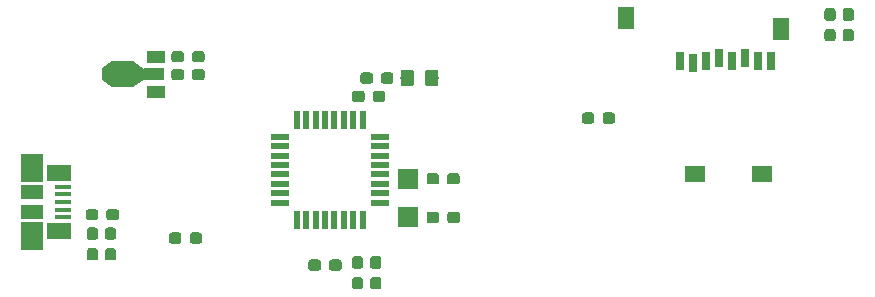
<source format=gtp>
G04 #@! TF.GenerationSoftware,KiCad,Pcbnew,6.0.0-unknown-da645c5~86~ubuntu18.04.1*
G04 #@! TF.CreationDate,2019-07-09T16:21:19-04:00*
G04 #@! TF.ProjectId,Femtosat,46656d74-6f73-4617-942e-6b696361645f,rev?*
G04 #@! TF.SameCoordinates,Original*
G04 #@! TF.FileFunction,Paste,Top*
G04 #@! TF.FilePolarity,Positive*
%FSLAX46Y46*%
G04 Gerber Fmt 4.6, Leading zero omitted, Abs format (unit mm)*
G04 Created by KiCad (PCBNEW 6.0.0-unknown-da645c5~86~ubuntu18.04.1) date 2019-07-09 16:21:19*
%MOMM*%
%LPD*%
G04 APERTURE LIST*
%ADD10R,1.900000X1.175000*%
%ADD11R,1.900000X2.375000*%
%ADD12R,2.100000X1.475000*%
%ADD13R,1.380000X0.450000*%
%ADD14C,0.100000*%
%ADD15C,0.950000*%
%ADD16C,1.000000*%
%ADD17R,1.840000X2.200000*%
%ADD18R,1.500000X1.000000*%
%ADD19R,1.800000X1.000000*%
%ADD20C,0.850000*%
%ADD21R,1.800000X1.750000*%
%ADD22R,0.550000X1.600000*%
%ADD23R,1.600000X0.550000*%
%ADD24C,1.150000*%
%ADD25R,1.400000X1.900000*%
%ADD26R,1.800000X1.400000*%
%ADD27R,0.800000X1.500000*%
G04 APERTURE END LIST*
D10*
X87350000Y-59890000D03*
X87350000Y-58210000D03*
D11*
X87350000Y-61960000D03*
X87350000Y-56140000D03*
D12*
X89650000Y-61512500D03*
X89650000Y-56587500D03*
D13*
X90010000Y-60350000D03*
X90010000Y-59700000D03*
X90010000Y-59050000D03*
X90010000Y-58400000D03*
X90010000Y-57750000D03*
D14*
G36*
X116778387Y-65418079D02*
G01*
X116855438Y-65469562D01*
X116906921Y-65546613D01*
X116925000Y-65637500D01*
X116925000Y-66212500D01*
X116906921Y-66303387D01*
X116855438Y-66380438D01*
X116778387Y-66431921D01*
X116687500Y-66450000D01*
X116212500Y-66450000D01*
X116121613Y-66431921D01*
X116044562Y-66380438D01*
X115993079Y-66303387D01*
X115975000Y-66212500D01*
X115975000Y-65637500D01*
X115993079Y-65546613D01*
X116044562Y-65469562D01*
X116121613Y-65418079D01*
X116212500Y-65400000D01*
X116687500Y-65400000D01*
X116778387Y-65418079D01*
X116778387Y-65418079D01*
G37*
D15*
X116450000Y-65925000D03*
D14*
G36*
X116778387Y-63668079D02*
G01*
X116855438Y-63719562D01*
X116906921Y-63796613D01*
X116925000Y-63887500D01*
X116925000Y-64462500D01*
X116906921Y-64553387D01*
X116855438Y-64630438D01*
X116778387Y-64681921D01*
X116687500Y-64700000D01*
X116212500Y-64700000D01*
X116121613Y-64681921D01*
X116044562Y-64630438D01*
X115993079Y-64553387D01*
X115975000Y-64462500D01*
X115975000Y-63887500D01*
X115993079Y-63796613D01*
X116044562Y-63719562D01*
X116121613Y-63668079D01*
X116212500Y-63650000D01*
X116687500Y-63650000D01*
X116778387Y-63668079D01*
X116778387Y-63668079D01*
G37*
D15*
X116450000Y-64175000D03*
D16*
X96426200Y-48250000D03*
D14*
G36*
X95926200Y-47150000D02*
G01*
X96926200Y-47850000D01*
X96926200Y-48650000D01*
X95926200Y-49350000D01*
X95926200Y-47150000D01*
X95926200Y-47150000D01*
G37*
D17*
X95016500Y-48250000D03*
D18*
X97830000Y-46750000D03*
D19*
X97683500Y-48250000D03*
D18*
X97830000Y-49750000D03*
D20*
X93683000Y-48250000D03*
D14*
G36*
X94108000Y-49350000D02*
G01*
X93258000Y-48750000D01*
X93258000Y-47750000D01*
X94108000Y-47150000D01*
X94108000Y-49350000D01*
X94108000Y-49350000D01*
G37*
G36*
X134803387Y-51493079D02*
G01*
X134880438Y-51544562D01*
X134931921Y-51621613D01*
X134950000Y-51712500D01*
X134950000Y-52187500D01*
X134931921Y-52278387D01*
X134880438Y-52355438D01*
X134803387Y-52406921D01*
X134712500Y-52425000D01*
X134137500Y-52425000D01*
X134046613Y-52406921D01*
X133969562Y-52355438D01*
X133918079Y-52278387D01*
X133900000Y-52187500D01*
X133900000Y-51712500D01*
X133918079Y-51621613D01*
X133969562Y-51544562D01*
X134046613Y-51493079D01*
X134137500Y-51475000D01*
X134712500Y-51475000D01*
X134803387Y-51493079D01*
X134803387Y-51493079D01*
G37*
D15*
X134425000Y-51950000D03*
D14*
G36*
X136553387Y-51493079D02*
G01*
X136630438Y-51544562D01*
X136681921Y-51621613D01*
X136700000Y-51712500D01*
X136700000Y-52187500D01*
X136681921Y-52278387D01*
X136630438Y-52355438D01*
X136553387Y-52406921D01*
X136462500Y-52425000D01*
X135887500Y-52425000D01*
X135796613Y-52406921D01*
X135719562Y-52355438D01*
X135668079Y-52278387D01*
X135650000Y-52187500D01*
X135650000Y-51712500D01*
X135668079Y-51621613D01*
X135719562Y-51544562D01*
X135796613Y-51493079D01*
X135887500Y-51475000D01*
X136462500Y-51475000D01*
X136553387Y-51493079D01*
X136553387Y-51493079D01*
G37*
D15*
X136175000Y-51950000D03*
D14*
G36*
X92803387Y-59643079D02*
G01*
X92880438Y-59694562D01*
X92931921Y-59771613D01*
X92950000Y-59862500D01*
X92950000Y-60337500D01*
X92931921Y-60428387D01*
X92880438Y-60505438D01*
X92803387Y-60556921D01*
X92712500Y-60575000D01*
X92137500Y-60575000D01*
X92046613Y-60556921D01*
X91969562Y-60505438D01*
X91918079Y-60428387D01*
X91900000Y-60337500D01*
X91900000Y-59862500D01*
X91918079Y-59771613D01*
X91969562Y-59694562D01*
X92046613Y-59643079D01*
X92137500Y-59625000D01*
X92712500Y-59625000D01*
X92803387Y-59643079D01*
X92803387Y-59643079D01*
G37*
D15*
X92425000Y-60100000D03*
D14*
G36*
X94553387Y-59643079D02*
G01*
X94630438Y-59694562D01*
X94681921Y-59771613D01*
X94700000Y-59862500D01*
X94700000Y-60337500D01*
X94681921Y-60428387D01*
X94630438Y-60505438D01*
X94553387Y-60556921D01*
X94462500Y-60575000D01*
X93887500Y-60575000D01*
X93796613Y-60556921D01*
X93719562Y-60505438D01*
X93668079Y-60428387D01*
X93650000Y-60337500D01*
X93650000Y-59862500D01*
X93668079Y-59771613D01*
X93719562Y-59694562D01*
X93796613Y-59643079D01*
X93887500Y-59625000D01*
X94462500Y-59625000D01*
X94553387Y-59643079D01*
X94553387Y-59643079D01*
G37*
D15*
X94175000Y-60100000D03*
D14*
G36*
X92778387Y-61218079D02*
G01*
X92855438Y-61269562D01*
X92906921Y-61346613D01*
X92925000Y-61437500D01*
X92925000Y-62012500D01*
X92906921Y-62103387D01*
X92855438Y-62180438D01*
X92778387Y-62231921D01*
X92687500Y-62250000D01*
X92212500Y-62250000D01*
X92121613Y-62231921D01*
X92044562Y-62180438D01*
X91993079Y-62103387D01*
X91975000Y-62012500D01*
X91975000Y-61437500D01*
X91993079Y-61346613D01*
X92044562Y-61269562D01*
X92121613Y-61218079D01*
X92212500Y-61200000D01*
X92687500Y-61200000D01*
X92778387Y-61218079D01*
X92778387Y-61218079D01*
G37*
D15*
X92450000Y-61725000D03*
D14*
G36*
X92778387Y-62968079D02*
G01*
X92855438Y-63019562D01*
X92906921Y-63096613D01*
X92925000Y-63187500D01*
X92925000Y-63762500D01*
X92906921Y-63853387D01*
X92855438Y-63930438D01*
X92778387Y-63981921D01*
X92687500Y-64000000D01*
X92212500Y-64000000D01*
X92121613Y-63981921D01*
X92044562Y-63930438D01*
X91993079Y-63853387D01*
X91975000Y-63762500D01*
X91975000Y-63187500D01*
X91993079Y-63096613D01*
X92044562Y-63019562D01*
X92121613Y-62968079D01*
X92212500Y-62950000D01*
X92687500Y-62950000D01*
X92778387Y-62968079D01*
X92778387Y-62968079D01*
G37*
D15*
X92450000Y-63475000D03*
D14*
G36*
X94328387Y-61218079D02*
G01*
X94405438Y-61269562D01*
X94456921Y-61346613D01*
X94475000Y-61437500D01*
X94475000Y-62012500D01*
X94456921Y-62103387D01*
X94405438Y-62180438D01*
X94328387Y-62231921D01*
X94237500Y-62250000D01*
X93762500Y-62250000D01*
X93671613Y-62231921D01*
X93594562Y-62180438D01*
X93543079Y-62103387D01*
X93525000Y-62012500D01*
X93525000Y-61437500D01*
X93543079Y-61346613D01*
X93594562Y-61269562D01*
X93671613Y-61218079D01*
X93762500Y-61200000D01*
X94237500Y-61200000D01*
X94328387Y-61218079D01*
X94328387Y-61218079D01*
G37*
D15*
X94000000Y-61725000D03*
D14*
G36*
X94328387Y-62968079D02*
G01*
X94405438Y-63019562D01*
X94456921Y-63096613D01*
X94475000Y-63187500D01*
X94475000Y-63762500D01*
X94456921Y-63853387D01*
X94405438Y-63930438D01*
X94328387Y-63981921D01*
X94237500Y-64000000D01*
X93762500Y-64000000D01*
X93671613Y-63981921D01*
X93594562Y-63930438D01*
X93543079Y-63853387D01*
X93525000Y-63762500D01*
X93525000Y-63187500D01*
X93543079Y-63096613D01*
X93594562Y-63019562D01*
X93671613Y-62968079D01*
X93762500Y-62950000D01*
X94237500Y-62950000D01*
X94328387Y-62968079D01*
X94328387Y-62968079D01*
G37*
D15*
X94000000Y-63475000D03*
D21*
X119150000Y-57100000D03*
X119150000Y-60350000D03*
D22*
X115350000Y-60575000D03*
X114550000Y-60575000D03*
X113750000Y-60575000D03*
X112950000Y-60575000D03*
X112150000Y-60575000D03*
X111350000Y-60575000D03*
X110550000Y-60575000D03*
X109750000Y-60575000D03*
D23*
X108300000Y-59125000D03*
X108300000Y-58325000D03*
X108300000Y-57525000D03*
X108300000Y-56725000D03*
X108300000Y-55925000D03*
X108300000Y-55125000D03*
X108300000Y-54325000D03*
X108300000Y-53525000D03*
D22*
X109750000Y-52075000D03*
X110550000Y-52075000D03*
X111350000Y-52075000D03*
X112150000Y-52075000D03*
X112950000Y-52075000D03*
X113750000Y-52075000D03*
X114550000Y-52075000D03*
X115350000Y-52075000D03*
D23*
X116800000Y-53525000D03*
X116800000Y-54325000D03*
X116800000Y-55125000D03*
X116800000Y-55925000D03*
X116800000Y-56725000D03*
X116800000Y-57525000D03*
X116800000Y-58325000D03*
X116800000Y-59125000D03*
D14*
G36*
X121595671Y-47869030D02*
G01*
X121676777Y-47923223D01*
X121730970Y-48004329D01*
X121750000Y-48099999D01*
X121750000Y-49000001D01*
X121730970Y-49095671D01*
X121676777Y-49176777D01*
X121595671Y-49230970D01*
X121500001Y-49250000D01*
X120849999Y-49250000D01*
X120754329Y-49230970D01*
X120673223Y-49176777D01*
X120619030Y-49095671D01*
X120600000Y-49000001D01*
X120600000Y-48099999D01*
X120619030Y-48004329D01*
X120673223Y-47923223D01*
X120754329Y-47869030D01*
X120849999Y-47850000D01*
X121500001Y-47850000D01*
X121595671Y-47869030D01*
X121595671Y-47869030D01*
G37*
D24*
X121175000Y-48550000D03*
D14*
G36*
X119545671Y-47869030D02*
G01*
X119626777Y-47923223D01*
X119680970Y-48004329D01*
X119700000Y-48099999D01*
X119700000Y-49000001D01*
X119680970Y-49095671D01*
X119626777Y-49176777D01*
X119545671Y-49230970D01*
X119450001Y-49250000D01*
X118799999Y-49250000D01*
X118704329Y-49230970D01*
X118623223Y-49176777D01*
X118569030Y-49095671D01*
X118550000Y-49000001D01*
X118550000Y-48099999D01*
X118569030Y-48004329D01*
X118623223Y-47923223D01*
X118704329Y-47869030D01*
X118799999Y-47850000D01*
X119450001Y-47850000D01*
X119545671Y-47869030D01*
X119545671Y-47869030D01*
G37*
D24*
X119125000Y-48550000D03*
D25*
X150750000Y-44450000D03*
X137600000Y-43450000D03*
D26*
X143450000Y-56650000D03*
X149150000Y-56650000D03*
D27*
X149950000Y-47100000D03*
X148850000Y-47100000D03*
X147750000Y-46900000D03*
X146650000Y-47100000D03*
X145550000Y-46900000D03*
X144450000Y-47100000D03*
X143350000Y-47300000D03*
X142250000Y-47100000D03*
D14*
G36*
X155228387Y-42668079D02*
G01*
X155305438Y-42719562D01*
X155356921Y-42796613D01*
X155375000Y-42887500D01*
X155375000Y-43462500D01*
X155356921Y-43553387D01*
X155305438Y-43630438D01*
X155228387Y-43681921D01*
X155137500Y-43700000D01*
X154662500Y-43700000D01*
X154571613Y-43681921D01*
X154494562Y-43630438D01*
X154443079Y-43553387D01*
X154425000Y-43462500D01*
X154425000Y-42887500D01*
X154443079Y-42796613D01*
X154494562Y-42719562D01*
X154571613Y-42668079D01*
X154662500Y-42650000D01*
X155137500Y-42650000D01*
X155228387Y-42668079D01*
X155228387Y-42668079D01*
G37*
D15*
X154900000Y-43175000D03*
D14*
G36*
X155228387Y-44418079D02*
G01*
X155305438Y-44469562D01*
X155356921Y-44546613D01*
X155375000Y-44637500D01*
X155375000Y-45212500D01*
X155356921Y-45303387D01*
X155305438Y-45380438D01*
X155228387Y-45431921D01*
X155137500Y-45450000D01*
X154662500Y-45450000D01*
X154571613Y-45431921D01*
X154494562Y-45380438D01*
X154443079Y-45303387D01*
X154425000Y-45212500D01*
X154425000Y-44637500D01*
X154443079Y-44546613D01*
X154494562Y-44469562D01*
X154571613Y-44418079D01*
X154662500Y-44400000D01*
X155137500Y-44400000D01*
X155228387Y-44418079D01*
X155228387Y-44418079D01*
G37*
D15*
X154900000Y-44925000D03*
D14*
G36*
X156778387Y-42668079D02*
G01*
X156855438Y-42719562D01*
X156906921Y-42796613D01*
X156925000Y-42887500D01*
X156925000Y-43462500D01*
X156906921Y-43553387D01*
X156855438Y-43630438D01*
X156778387Y-43681921D01*
X156687500Y-43700000D01*
X156212500Y-43700000D01*
X156121613Y-43681921D01*
X156044562Y-43630438D01*
X155993079Y-43553387D01*
X155975000Y-43462500D01*
X155975000Y-42887500D01*
X155993079Y-42796613D01*
X156044562Y-42719562D01*
X156121613Y-42668079D01*
X156212500Y-42650000D01*
X156687500Y-42650000D01*
X156778387Y-42668079D01*
X156778387Y-42668079D01*
G37*
D15*
X156450000Y-43175000D03*
D14*
G36*
X156778387Y-44418079D02*
G01*
X156855438Y-44469562D01*
X156906921Y-44546613D01*
X156925000Y-44637500D01*
X156925000Y-45212500D01*
X156906921Y-45303387D01*
X156855438Y-45380438D01*
X156778387Y-45431921D01*
X156687500Y-45450000D01*
X156212500Y-45450000D01*
X156121613Y-45431921D01*
X156044562Y-45380438D01*
X155993079Y-45303387D01*
X155975000Y-45212500D01*
X155975000Y-44637500D01*
X155993079Y-44546613D01*
X156044562Y-44469562D01*
X156121613Y-44418079D01*
X156212500Y-44400000D01*
X156687500Y-44400000D01*
X156778387Y-44418079D01*
X156778387Y-44418079D01*
G37*
D15*
X156450000Y-44925000D03*
D14*
G36*
X101803387Y-46293079D02*
G01*
X101880438Y-46344562D01*
X101931921Y-46421613D01*
X101950000Y-46512500D01*
X101950000Y-46987500D01*
X101931921Y-47078387D01*
X101880438Y-47155438D01*
X101803387Y-47206921D01*
X101712500Y-47225000D01*
X101137500Y-47225000D01*
X101046613Y-47206921D01*
X100969562Y-47155438D01*
X100918079Y-47078387D01*
X100900000Y-46987500D01*
X100900000Y-46512500D01*
X100918079Y-46421613D01*
X100969562Y-46344562D01*
X101046613Y-46293079D01*
X101137500Y-46275000D01*
X101712500Y-46275000D01*
X101803387Y-46293079D01*
X101803387Y-46293079D01*
G37*
D15*
X101425000Y-46750000D03*
D14*
G36*
X100053387Y-46293079D02*
G01*
X100130438Y-46344562D01*
X100181921Y-46421613D01*
X100200000Y-46512500D01*
X100200000Y-46987500D01*
X100181921Y-47078387D01*
X100130438Y-47155438D01*
X100053387Y-47206921D01*
X99962500Y-47225000D01*
X99387500Y-47225000D01*
X99296613Y-47206921D01*
X99219562Y-47155438D01*
X99168079Y-47078387D01*
X99150000Y-46987500D01*
X99150000Y-46512500D01*
X99168079Y-46421613D01*
X99219562Y-46344562D01*
X99296613Y-46293079D01*
X99387500Y-46275000D01*
X99962500Y-46275000D01*
X100053387Y-46293079D01*
X100053387Y-46293079D01*
G37*
D15*
X99675000Y-46750000D03*
D14*
G36*
X101803387Y-47793079D02*
G01*
X101880438Y-47844562D01*
X101931921Y-47921613D01*
X101950000Y-48012500D01*
X101950000Y-48487500D01*
X101931921Y-48578387D01*
X101880438Y-48655438D01*
X101803387Y-48706921D01*
X101712500Y-48725000D01*
X101137500Y-48725000D01*
X101046613Y-48706921D01*
X100969562Y-48655438D01*
X100918079Y-48578387D01*
X100900000Y-48487500D01*
X100900000Y-48012500D01*
X100918079Y-47921613D01*
X100969562Y-47844562D01*
X101046613Y-47793079D01*
X101137500Y-47775000D01*
X101712500Y-47775000D01*
X101803387Y-47793079D01*
X101803387Y-47793079D01*
G37*
D15*
X101425000Y-48250000D03*
D14*
G36*
X100053387Y-47793079D02*
G01*
X100130438Y-47844562D01*
X100181921Y-47921613D01*
X100200000Y-48012500D01*
X100200000Y-48487500D01*
X100181921Y-48578387D01*
X100130438Y-48655438D01*
X100053387Y-48706921D01*
X99962500Y-48725000D01*
X99387500Y-48725000D01*
X99296613Y-48706921D01*
X99219562Y-48655438D01*
X99168079Y-48578387D01*
X99150000Y-48487500D01*
X99150000Y-48012500D01*
X99168079Y-47921613D01*
X99219562Y-47844562D01*
X99296613Y-47793079D01*
X99387500Y-47775000D01*
X99962500Y-47775000D01*
X100053387Y-47793079D01*
X100053387Y-47793079D01*
G37*
D15*
X99675000Y-48250000D03*
D14*
G36*
X123403387Y-56643079D02*
G01*
X123480438Y-56694562D01*
X123531921Y-56771613D01*
X123550000Y-56862500D01*
X123550000Y-57337500D01*
X123531921Y-57428387D01*
X123480438Y-57505438D01*
X123403387Y-57556921D01*
X123312500Y-57575000D01*
X122737500Y-57575000D01*
X122646613Y-57556921D01*
X122569562Y-57505438D01*
X122518079Y-57428387D01*
X122500000Y-57337500D01*
X122500000Y-56862500D01*
X122518079Y-56771613D01*
X122569562Y-56694562D01*
X122646613Y-56643079D01*
X122737500Y-56625000D01*
X123312500Y-56625000D01*
X123403387Y-56643079D01*
X123403387Y-56643079D01*
G37*
D15*
X123025000Y-57100000D03*
D14*
G36*
X121653387Y-56643079D02*
G01*
X121730438Y-56694562D01*
X121781921Y-56771613D01*
X121800000Y-56862500D01*
X121800000Y-57337500D01*
X121781921Y-57428387D01*
X121730438Y-57505438D01*
X121653387Y-57556921D01*
X121562500Y-57575000D01*
X120987500Y-57575000D01*
X120896613Y-57556921D01*
X120819562Y-57505438D01*
X120768079Y-57428387D01*
X120750000Y-57337500D01*
X120750000Y-56862500D01*
X120768079Y-56771613D01*
X120819562Y-56694562D01*
X120896613Y-56643079D01*
X120987500Y-56625000D01*
X121562500Y-56625000D01*
X121653387Y-56643079D01*
X121653387Y-56643079D01*
G37*
D15*
X121275000Y-57100000D03*
D14*
G36*
X123413387Y-59893079D02*
G01*
X123490438Y-59944562D01*
X123541921Y-60021613D01*
X123560000Y-60112500D01*
X123560000Y-60587500D01*
X123541921Y-60678387D01*
X123490438Y-60755438D01*
X123413387Y-60806921D01*
X123322500Y-60825000D01*
X122747500Y-60825000D01*
X122656613Y-60806921D01*
X122579562Y-60755438D01*
X122528079Y-60678387D01*
X122510000Y-60587500D01*
X122510000Y-60112500D01*
X122528079Y-60021613D01*
X122579562Y-59944562D01*
X122656613Y-59893079D01*
X122747500Y-59875000D01*
X123322500Y-59875000D01*
X123413387Y-59893079D01*
X123413387Y-59893079D01*
G37*
D15*
X123035000Y-60350000D03*
D14*
G36*
X121663387Y-59893079D02*
G01*
X121740438Y-59944562D01*
X121791921Y-60021613D01*
X121810000Y-60112500D01*
X121810000Y-60587500D01*
X121791921Y-60678387D01*
X121740438Y-60755438D01*
X121663387Y-60806921D01*
X121572500Y-60825000D01*
X120997500Y-60825000D01*
X120906613Y-60806921D01*
X120829562Y-60755438D01*
X120778079Y-60678387D01*
X120760000Y-60587500D01*
X120760000Y-60112500D01*
X120778079Y-60021613D01*
X120829562Y-59944562D01*
X120906613Y-59893079D01*
X120997500Y-59875000D01*
X121572500Y-59875000D01*
X121663387Y-59893079D01*
X121663387Y-59893079D01*
G37*
D15*
X121285000Y-60350000D03*
D14*
G36*
X115228387Y-65418079D02*
G01*
X115305438Y-65469562D01*
X115356921Y-65546613D01*
X115375000Y-65637500D01*
X115375000Y-66212500D01*
X115356921Y-66303387D01*
X115305438Y-66380438D01*
X115228387Y-66431921D01*
X115137500Y-66450000D01*
X114662500Y-66450000D01*
X114571613Y-66431921D01*
X114494562Y-66380438D01*
X114443079Y-66303387D01*
X114425000Y-66212500D01*
X114425000Y-65637500D01*
X114443079Y-65546613D01*
X114494562Y-65469562D01*
X114571613Y-65418079D01*
X114662500Y-65400000D01*
X115137500Y-65400000D01*
X115228387Y-65418079D01*
X115228387Y-65418079D01*
G37*
D15*
X114900000Y-65925000D03*
D14*
G36*
X115228387Y-63668079D02*
G01*
X115305438Y-63719562D01*
X115356921Y-63796613D01*
X115375000Y-63887500D01*
X115375000Y-64462500D01*
X115356921Y-64553387D01*
X115305438Y-64630438D01*
X115228387Y-64681921D01*
X115137500Y-64700000D01*
X114662500Y-64700000D01*
X114571613Y-64681921D01*
X114494562Y-64630438D01*
X114443079Y-64553387D01*
X114425000Y-64462500D01*
X114425000Y-63887500D01*
X114443079Y-63796613D01*
X114494562Y-63719562D01*
X114571613Y-63668079D01*
X114662500Y-63650000D01*
X115137500Y-63650000D01*
X115228387Y-63668079D01*
X115228387Y-63668079D01*
G37*
D15*
X114900000Y-64175000D03*
D14*
G36*
X115353387Y-49643079D02*
G01*
X115430438Y-49694562D01*
X115481921Y-49771613D01*
X115500000Y-49862500D01*
X115500000Y-50337500D01*
X115481921Y-50428387D01*
X115430438Y-50505438D01*
X115353387Y-50556921D01*
X115262500Y-50575000D01*
X114687500Y-50575000D01*
X114596613Y-50556921D01*
X114519562Y-50505438D01*
X114468079Y-50428387D01*
X114450000Y-50337500D01*
X114450000Y-49862500D01*
X114468079Y-49771613D01*
X114519562Y-49694562D01*
X114596613Y-49643079D01*
X114687500Y-49625000D01*
X115262500Y-49625000D01*
X115353387Y-49643079D01*
X115353387Y-49643079D01*
G37*
D15*
X114975000Y-50100000D03*
D14*
G36*
X117103387Y-49643079D02*
G01*
X117180438Y-49694562D01*
X117231921Y-49771613D01*
X117250000Y-49862500D01*
X117250000Y-50337500D01*
X117231921Y-50428387D01*
X117180438Y-50505438D01*
X117103387Y-50556921D01*
X117012500Y-50575000D01*
X116437500Y-50575000D01*
X116346613Y-50556921D01*
X116269562Y-50505438D01*
X116218079Y-50428387D01*
X116200000Y-50337500D01*
X116200000Y-49862500D01*
X116218079Y-49771613D01*
X116269562Y-49694562D01*
X116346613Y-49643079D01*
X116437500Y-49625000D01*
X117012500Y-49625000D01*
X117103387Y-49643079D01*
X117103387Y-49643079D01*
G37*
D15*
X116725000Y-50100000D03*
D14*
G36*
X116053387Y-48093079D02*
G01*
X116130438Y-48144562D01*
X116181921Y-48221613D01*
X116200000Y-48312500D01*
X116200000Y-48787500D01*
X116181921Y-48878387D01*
X116130438Y-48955438D01*
X116053387Y-49006921D01*
X115962500Y-49025000D01*
X115387500Y-49025000D01*
X115296613Y-49006921D01*
X115219562Y-48955438D01*
X115168079Y-48878387D01*
X115150000Y-48787500D01*
X115150000Y-48312500D01*
X115168079Y-48221613D01*
X115219562Y-48144562D01*
X115296613Y-48093079D01*
X115387500Y-48075000D01*
X115962500Y-48075000D01*
X116053387Y-48093079D01*
X116053387Y-48093079D01*
G37*
D15*
X115675000Y-48550000D03*
D14*
G36*
X117803387Y-48093079D02*
G01*
X117880438Y-48144562D01*
X117931921Y-48221613D01*
X117950000Y-48312500D01*
X117950000Y-48787500D01*
X117931921Y-48878387D01*
X117880438Y-48955438D01*
X117803387Y-49006921D01*
X117712500Y-49025000D01*
X117137500Y-49025000D01*
X117046613Y-49006921D01*
X116969562Y-48955438D01*
X116918079Y-48878387D01*
X116900000Y-48787500D01*
X116900000Y-48312500D01*
X116918079Y-48221613D01*
X116969562Y-48144562D01*
X117046613Y-48093079D01*
X117137500Y-48075000D01*
X117712500Y-48075000D01*
X117803387Y-48093079D01*
X117803387Y-48093079D01*
G37*
D15*
X117425000Y-48550000D03*
D14*
G36*
X99853387Y-61643079D02*
G01*
X99930438Y-61694562D01*
X99981921Y-61771613D01*
X100000000Y-61862500D01*
X100000000Y-62337500D01*
X99981921Y-62428387D01*
X99930438Y-62505438D01*
X99853387Y-62556921D01*
X99762500Y-62575000D01*
X99187500Y-62575000D01*
X99096613Y-62556921D01*
X99019562Y-62505438D01*
X98968079Y-62428387D01*
X98950000Y-62337500D01*
X98950000Y-61862500D01*
X98968079Y-61771613D01*
X99019562Y-61694562D01*
X99096613Y-61643079D01*
X99187500Y-61625000D01*
X99762500Y-61625000D01*
X99853387Y-61643079D01*
X99853387Y-61643079D01*
G37*
D15*
X99475000Y-62100000D03*
D14*
G36*
X101603387Y-61643079D02*
G01*
X101680438Y-61694562D01*
X101731921Y-61771613D01*
X101750000Y-61862500D01*
X101750000Y-62337500D01*
X101731921Y-62428387D01*
X101680438Y-62505438D01*
X101603387Y-62556921D01*
X101512500Y-62575000D01*
X100937500Y-62575000D01*
X100846613Y-62556921D01*
X100769562Y-62505438D01*
X100718079Y-62428387D01*
X100700000Y-62337500D01*
X100700000Y-61862500D01*
X100718079Y-61771613D01*
X100769562Y-61694562D01*
X100846613Y-61643079D01*
X100937500Y-61625000D01*
X101512500Y-61625000D01*
X101603387Y-61643079D01*
X101603387Y-61643079D01*
G37*
D15*
X101225000Y-62100000D03*
D14*
G36*
X111653387Y-63943079D02*
G01*
X111730438Y-63994562D01*
X111781921Y-64071613D01*
X111800000Y-64162500D01*
X111800000Y-64637500D01*
X111781921Y-64728387D01*
X111730438Y-64805438D01*
X111653387Y-64856921D01*
X111562500Y-64875000D01*
X110987500Y-64875000D01*
X110896613Y-64856921D01*
X110819562Y-64805438D01*
X110768079Y-64728387D01*
X110750000Y-64637500D01*
X110750000Y-64162500D01*
X110768079Y-64071613D01*
X110819562Y-63994562D01*
X110896613Y-63943079D01*
X110987500Y-63925000D01*
X111562500Y-63925000D01*
X111653387Y-63943079D01*
X111653387Y-63943079D01*
G37*
D15*
X111275000Y-64400000D03*
D14*
G36*
X113403387Y-63943079D02*
G01*
X113480438Y-63994562D01*
X113531921Y-64071613D01*
X113550000Y-64162500D01*
X113550000Y-64637500D01*
X113531921Y-64728387D01*
X113480438Y-64805438D01*
X113403387Y-64856921D01*
X113312500Y-64875000D01*
X112737500Y-64875000D01*
X112646613Y-64856921D01*
X112569562Y-64805438D01*
X112518079Y-64728387D01*
X112500000Y-64637500D01*
X112500000Y-64162500D01*
X112518079Y-64071613D01*
X112569562Y-63994562D01*
X112646613Y-63943079D01*
X112737500Y-63925000D01*
X113312500Y-63925000D01*
X113403387Y-63943079D01*
X113403387Y-63943079D01*
G37*
D15*
X113025000Y-64400000D03*
M02*

</source>
